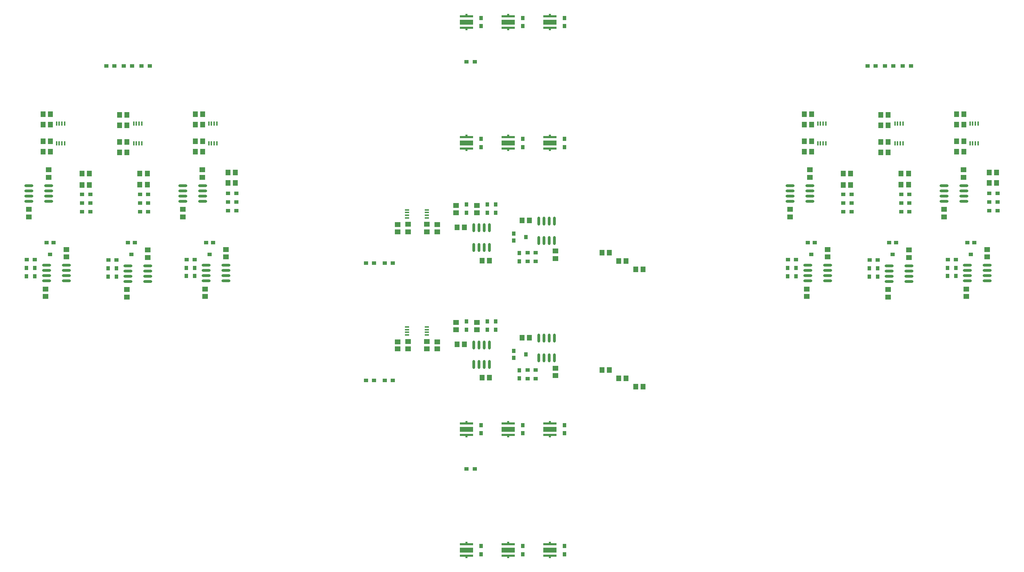
<source format=gtp>
%FSLAX25Y25*%
%MOIN*%
G70*
G01*
G75*
G04 Layer_Color=8421504*
%ADD10R,0.12992X0.05118*%
%ADD11R,0.12992X0.01969*%
%ADD12R,0.01969X0.01575*%
%ADD13R,0.03543X0.04331*%
%ADD14R,0.04331X0.03543*%
%ADD15C,0.01000*%
%ADD16R,0.03937X0.03543*%
%ADD17R,0.01614X0.04016*%
%ADD18R,0.04921X0.05512*%
%ADD19R,0.04724X0.05512*%
%ADD20R,0.05512X0.04724*%
%ADD21O,0.08661X0.02362*%
%ADD22R,0.03543X0.03937*%
%ADD23R,0.04016X0.01614*%
%ADD24R,0.05512X0.04724*%
%ADD25R,0.05512X0.04921*%
%ADD26O,0.02362X0.08661*%
%ADD27R,0.05906X0.05906*%
%ADD28C,0.05906*%
%ADD29R,0.05906X0.05906*%
%ADD30C,0.05000*%
%ADD31C,0.14950*%
%ADD32C,0.10000*%
%ADD33C,0.06000*%
%ADD34C,0.10787*%
%ADD35R,0.04724X0.04724*%
%ADD36R,0.10000X0.05984*%
%ADD37R,0.05984X0.10000*%
%ADD38R,0.04724X0.04724*%
%ADD39C,0.00787*%
%ADD40C,0.00800*%
%ADD41C,0.00700*%
%ADD42C,0.00984*%
%ADD43C,0.02362*%
%ADD44C,0.02000*%
%ADD45C,0.01500*%
%ADD46C,0.01200*%
D10*
X595000Y18500D02*
D03*
X555000Y134500D02*
D03*
X515000Y18500D02*
D03*
X595000Y134500D02*
D03*
X555000Y18500D02*
D03*
X515000Y134500D02*
D03*
X595000Y409500D02*
D03*
X555000Y525500D02*
D03*
X515000Y409500D02*
D03*
X595000Y525500D02*
D03*
X555000Y409500D02*
D03*
X515000Y525500D02*
D03*
D11*
X595000Y24012D02*
D03*
Y12988D02*
D03*
X555000Y128988D02*
D03*
Y140012D02*
D03*
X515000Y24012D02*
D03*
Y12988D02*
D03*
X595000Y128988D02*
D03*
Y140012D02*
D03*
X555000Y24012D02*
D03*
Y12988D02*
D03*
X515000Y128988D02*
D03*
Y140012D02*
D03*
X595000Y415012D02*
D03*
Y403988D02*
D03*
X555000Y519988D02*
D03*
Y531012D02*
D03*
X515000Y415012D02*
D03*
Y403988D02*
D03*
X595000Y519988D02*
D03*
Y531012D02*
D03*
X555000Y415012D02*
D03*
Y403988D02*
D03*
X515000Y519988D02*
D03*
Y531012D02*
D03*
D12*
X595000Y25784D02*
D03*
Y11216D02*
D03*
X555000Y127216D02*
D03*
Y141783D02*
D03*
X515000Y25784D02*
D03*
Y11216D02*
D03*
X595000Y127216D02*
D03*
Y141783D02*
D03*
X555000Y25784D02*
D03*
Y11216D02*
D03*
X515000Y127216D02*
D03*
Y141783D02*
D03*
X595000Y416784D02*
D03*
Y402216D02*
D03*
X555000Y518217D02*
D03*
Y532784D02*
D03*
X515000Y416784D02*
D03*
Y402216D02*
D03*
X595000Y518217D02*
D03*
Y532784D02*
D03*
X555000Y416784D02*
D03*
Y402216D02*
D03*
X515000Y518217D02*
D03*
Y532784D02*
D03*
D13*
X609000Y14500D02*
D03*
Y22374D02*
D03*
Y138500D02*
D03*
Y130626D02*
D03*
X569000Y138500D02*
D03*
Y130626D02*
D03*
Y14500D02*
D03*
Y22374D02*
D03*
X529000Y14500D02*
D03*
Y22374D02*
D03*
Y138500D02*
D03*
Y130626D02*
D03*
X609000Y405500D02*
D03*
Y413374D02*
D03*
Y529500D02*
D03*
Y521626D02*
D03*
X569000Y529500D02*
D03*
Y521626D02*
D03*
Y405500D02*
D03*
Y413374D02*
D03*
X529000Y405500D02*
D03*
Y413374D02*
D03*
Y529500D02*
D03*
Y521626D02*
D03*
X254500Y281626D02*
D03*
Y289500D02*
D03*
X246500Y281626D02*
D03*
Y289500D02*
D03*
X179500Y281126D02*
D03*
Y289000D02*
D03*
X171500Y281126D02*
D03*
Y289000D02*
D03*
X101200Y281426D02*
D03*
Y289300D02*
D03*
X93200Y281426D02*
D03*
Y289300D02*
D03*
X984500Y281626D02*
D03*
Y289500D02*
D03*
X976500Y281626D02*
D03*
Y289500D02*
D03*
X909500Y281126D02*
D03*
Y289000D02*
D03*
X901500Y281126D02*
D03*
Y289000D02*
D03*
X831200Y281426D02*
D03*
Y289300D02*
D03*
X823200Y281426D02*
D03*
Y289300D02*
D03*
X543000Y230000D02*
D03*
Y237874D02*
D03*
X535000Y230000D02*
D03*
Y237874D02*
D03*
X572000Y206500D02*
D03*
X515000Y237874D02*
D03*
Y230000D02*
D03*
X565626Y191106D02*
D03*
Y183232D02*
D03*
X543000Y342500D02*
D03*
Y350374D02*
D03*
X535000Y342500D02*
D03*
Y350374D02*
D03*
X572000Y319000D02*
D03*
X515000Y350374D02*
D03*
Y342500D02*
D03*
X565626Y303606D02*
D03*
Y295732D02*
D03*
D14*
X523000Y96500D02*
D03*
X515126D02*
D03*
X523000Y487500D02*
D03*
X515126D02*
D03*
X169626Y483500D02*
D03*
X177500D02*
D03*
X211374D02*
D03*
X203500D02*
D03*
X186563D02*
D03*
X194437D02*
D03*
X246626Y297500D02*
D03*
X254500D02*
D03*
X171626Y297000D02*
D03*
X179500D02*
D03*
X93326Y297300D02*
D03*
X101200D02*
D03*
X286549Y361000D02*
D03*
X294423D02*
D03*
X202000Y360000D02*
D03*
X209874D02*
D03*
X146549D02*
D03*
X154423D02*
D03*
X294423Y352750D02*
D03*
X286549D02*
D03*
X294423Y344500D02*
D03*
X286549D02*
D03*
X209874Y351750D02*
D03*
X202000D02*
D03*
X209874Y343500D02*
D03*
X202000D02*
D03*
X154423Y351750D02*
D03*
X146549D02*
D03*
X154423Y343500D02*
D03*
X146549D02*
D03*
X268800Y302200D02*
D03*
X193900D02*
D03*
X115900D02*
D03*
X899626Y483500D02*
D03*
X907500D02*
D03*
X941374D02*
D03*
X933500D02*
D03*
X916563D02*
D03*
X924437D02*
D03*
X976626Y297500D02*
D03*
X984500D02*
D03*
X901626Y297000D02*
D03*
X909500D02*
D03*
X823326Y297300D02*
D03*
X831200D02*
D03*
X1016549Y361000D02*
D03*
X1024423D02*
D03*
X932000Y360000D02*
D03*
X939874D02*
D03*
X876549D02*
D03*
X884423D02*
D03*
X1024423Y352750D02*
D03*
X1016549D02*
D03*
X1024423Y344500D02*
D03*
X1016549D02*
D03*
X939874Y351750D02*
D03*
X932000D02*
D03*
X939874Y343500D02*
D03*
X932000D02*
D03*
X884423Y351750D02*
D03*
X876549D02*
D03*
X884423Y343500D02*
D03*
X876549D02*
D03*
X998800Y302200D02*
D03*
X923900D02*
D03*
X845900D02*
D03*
X573626Y183106D02*
D03*
X581500D02*
D03*
X573626Y191500D02*
D03*
X581500D02*
D03*
X418626Y181500D02*
D03*
X426500D02*
D03*
X436626D02*
D03*
X444500D02*
D03*
X573626Y295606D02*
D03*
X581500D02*
D03*
X573626Y304000D02*
D03*
X581500D02*
D03*
X418626Y294000D02*
D03*
X426500D02*
D03*
X436626D02*
D03*
X444500D02*
D03*
D16*
X265454Y313617D02*
D03*
X272147D02*
D03*
X190553D02*
D03*
X197247D02*
D03*
X112554D02*
D03*
X119246D02*
D03*
X995453D02*
D03*
X1002147D02*
D03*
X920553D02*
D03*
X927246D02*
D03*
X842554D02*
D03*
X849247D02*
D03*
D17*
X268000Y409000D02*
D03*
X270559D02*
D03*
X273118D02*
D03*
X275677D02*
D03*
X268000Y427898D02*
D03*
X270559D02*
D03*
X273118D02*
D03*
X275677D02*
D03*
X196000Y409000D02*
D03*
X198559D02*
D03*
X201118D02*
D03*
X203677D02*
D03*
X196000Y427898D02*
D03*
X198559D02*
D03*
X201118D02*
D03*
X203677D02*
D03*
X122000Y409000D02*
D03*
X124559D02*
D03*
X127118D02*
D03*
X129677D02*
D03*
X122000Y427898D02*
D03*
X124559D02*
D03*
X127118D02*
D03*
X129677D02*
D03*
X998000Y409000D02*
D03*
X1000559D02*
D03*
X1003118D02*
D03*
X1005677D02*
D03*
X998000Y427898D02*
D03*
X1000559D02*
D03*
X1003118D02*
D03*
X1005677D02*
D03*
X926000Y409000D02*
D03*
X928559D02*
D03*
X931118D02*
D03*
X933677D02*
D03*
X926000Y427898D02*
D03*
X928559D02*
D03*
X931118D02*
D03*
X933677D02*
D03*
X852000Y409000D02*
D03*
X854559D02*
D03*
X857118D02*
D03*
X859677D02*
D03*
X852000Y427898D02*
D03*
X854559D02*
D03*
X857118D02*
D03*
X859677D02*
D03*
D18*
X261945Y401000D02*
D03*
X255055D02*
D03*
X261945Y437000D02*
D03*
X255055D02*
D03*
X189445Y400500D02*
D03*
X182555D02*
D03*
X189445Y436500D02*
D03*
X182555D02*
D03*
X115945Y401000D02*
D03*
X109055D02*
D03*
X115945Y437000D02*
D03*
X109055D02*
D03*
X991945Y401000D02*
D03*
X985055D02*
D03*
X991945Y437000D02*
D03*
X985055D02*
D03*
X919445Y400500D02*
D03*
X912555D02*
D03*
X919445Y436500D02*
D03*
X912555D02*
D03*
X845945Y401000D02*
D03*
X839055D02*
D03*
X845945Y437000D02*
D03*
X839055D02*
D03*
X645055Y191500D02*
D03*
X651945D02*
D03*
X661055Y183500D02*
D03*
X667945D02*
D03*
X677555Y175500D02*
D03*
X684445D02*
D03*
X645055Y304000D02*
D03*
X651945D02*
D03*
X661055Y296000D02*
D03*
X667945D02*
D03*
X677555Y288000D02*
D03*
X684445D02*
D03*
D19*
X254957Y411000D02*
D03*
X262043D02*
D03*
X254957Y427000D02*
D03*
X262043D02*
D03*
X182457Y410500D02*
D03*
X189543D02*
D03*
X182457Y426500D02*
D03*
X189543D02*
D03*
X108957Y411000D02*
D03*
X116043D02*
D03*
X286457Y371000D02*
D03*
X293543D02*
D03*
X108957Y427000D02*
D03*
X116043D02*
D03*
X201908Y369500D02*
D03*
X208995D02*
D03*
X146457Y369000D02*
D03*
X153543D02*
D03*
X286457Y381000D02*
D03*
X293543D02*
D03*
X201908Y380000D02*
D03*
X208995D02*
D03*
X146457D02*
D03*
X153543D02*
D03*
X984957Y411000D02*
D03*
X992043D02*
D03*
X984957Y427000D02*
D03*
X992043D02*
D03*
X912457Y410500D02*
D03*
X919543D02*
D03*
X912457Y426500D02*
D03*
X919543D02*
D03*
X838957Y411000D02*
D03*
X846043D02*
D03*
X1016457Y371000D02*
D03*
X1023543D02*
D03*
X838957Y427000D02*
D03*
X846043D02*
D03*
X931908Y369500D02*
D03*
X938995D02*
D03*
X876457Y369000D02*
D03*
X883543D02*
D03*
X1016457Y381000D02*
D03*
X1023543D02*
D03*
X931908Y380000D02*
D03*
X938995D02*
D03*
X876457D02*
D03*
X883543D02*
D03*
X537043Y184000D02*
D03*
X529957D02*
D03*
X513043Y216000D02*
D03*
X505957D02*
D03*
X575543Y222500D02*
D03*
X568457D02*
D03*
X537043Y296500D02*
D03*
X529957D02*
D03*
X513043Y328500D02*
D03*
X505957D02*
D03*
X575543Y335000D02*
D03*
X568457D02*
D03*
D20*
X284500Y299957D02*
D03*
Y307043D02*
D03*
X264500Y269043D02*
D03*
Y261957D02*
D03*
X209500Y299457D02*
D03*
Y306543D02*
D03*
X189500Y268543D02*
D03*
Y261457D02*
D03*
X131400Y299957D02*
D03*
Y307043D02*
D03*
X111500Y269043D02*
D03*
Y261957D02*
D03*
X261900Y376457D02*
D03*
Y383543D02*
D03*
X243100Y345543D02*
D03*
Y338457D02*
D03*
X114400Y376457D02*
D03*
Y383543D02*
D03*
X95400Y345543D02*
D03*
Y338457D02*
D03*
X1014500Y299957D02*
D03*
Y307043D02*
D03*
X994500Y269043D02*
D03*
Y261957D02*
D03*
X939500Y299457D02*
D03*
Y306543D02*
D03*
X919500Y268543D02*
D03*
Y261457D02*
D03*
X861400Y299957D02*
D03*
Y307043D02*
D03*
X841500Y269043D02*
D03*
Y261957D02*
D03*
X991900Y376457D02*
D03*
Y383543D02*
D03*
X973100Y345543D02*
D03*
Y338457D02*
D03*
X844400Y376457D02*
D03*
Y383543D02*
D03*
X825400Y345543D02*
D03*
Y338457D02*
D03*
X600500Y193043D02*
D03*
Y185957D02*
D03*
Y305543D02*
D03*
Y298457D02*
D03*
D21*
X284449Y277000D02*
D03*
Y282000D02*
D03*
Y287000D02*
D03*
Y292000D02*
D03*
X265551Y277000D02*
D03*
Y282000D02*
D03*
Y287000D02*
D03*
Y292000D02*
D03*
X209449Y276500D02*
D03*
Y281500D02*
D03*
Y286500D02*
D03*
Y291500D02*
D03*
X190551Y276500D02*
D03*
Y281500D02*
D03*
Y286500D02*
D03*
Y291500D02*
D03*
X131449Y277000D02*
D03*
Y282000D02*
D03*
Y287000D02*
D03*
Y292000D02*
D03*
X112551Y277000D02*
D03*
Y282000D02*
D03*
Y287000D02*
D03*
Y292000D02*
D03*
X261949Y353500D02*
D03*
Y358500D02*
D03*
Y363500D02*
D03*
Y368500D02*
D03*
X243051Y353500D02*
D03*
Y358500D02*
D03*
Y363500D02*
D03*
Y368500D02*
D03*
X114449Y353500D02*
D03*
Y358500D02*
D03*
Y363500D02*
D03*
Y368500D02*
D03*
X95551Y353500D02*
D03*
Y358500D02*
D03*
Y363500D02*
D03*
Y368500D02*
D03*
X1014449Y277000D02*
D03*
Y282000D02*
D03*
Y287000D02*
D03*
Y292000D02*
D03*
X995551Y277000D02*
D03*
Y282000D02*
D03*
Y287000D02*
D03*
Y292000D02*
D03*
X939449Y276500D02*
D03*
Y281500D02*
D03*
Y286500D02*
D03*
Y291500D02*
D03*
X920551Y276500D02*
D03*
Y281500D02*
D03*
Y286500D02*
D03*
Y291500D02*
D03*
X861449Y277000D02*
D03*
Y282000D02*
D03*
Y287000D02*
D03*
Y292000D02*
D03*
X842551Y277000D02*
D03*
Y282000D02*
D03*
Y287000D02*
D03*
Y292000D02*
D03*
X991949Y353500D02*
D03*
Y358500D02*
D03*
Y363500D02*
D03*
Y368500D02*
D03*
X973051Y353500D02*
D03*
Y358500D02*
D03*
Y363500D02*
D03*
Y368500D02*
D03*
X844449Y353500D02*
D03*
Y358500D02*
D03*
Y363500D02*
D03*
Y368500D02*
D03*
X825551Y353500D02*
D03*
Y358500D02*
D03*
Y363500D02*
D03*
Y368500D02*
D03*
D22*
X560583Y209846D02*
D03*
Y203153D02*
D03*
Y322346D02*
D03*
Y315653D02*
D03*
D23*
X477000Y225000D02*
D03*
Y227559D02*
D03*
Y230118D02*
D03*
Y232677D02*
D03*
X458102Y225000D02*
D03*
Y227559D02*
D03*
Y230118D02*
D03*
Y232677D02*
D03*
X477000Y337500D02*
D03*
Y340059D02*
D03*
Y342618D02*
D03*
Y345177D02*
D03*
X458102Y337500D02*
D03*
Y340059D02*
D03*
Y342618D02*
D03*
Y345177D02*
D03*
D24*
X525000Y229908D02*
D03*
Y236995D02*
D03*
X477000Y211653D02*
D03*
Y218740D02*
D03*
X459000Y211653D02*
D03*
Y218740D02*
D03*
X505000Y229908D02*
D03*
Y236995D02*
D03*
X525000Y342408D02*
D03*
Y349495D02*
D03*
X477000Y324153D02*
D03*
Y331240D02*
D03*
X459000Y324153D02*
D03*
Y331240D02*
D03*
X505000Y342408D02*
D03*
Y349495D02*
D03*
D25*
X487000Y218445D02*
D03*
Y211555D02*
D03*
X449000Y218445D02*
D03*
Y211555D02*
D03*
X487000Y330945D02*
D03*
Y324055D02*
D03*
X449000Y330945D02*
D03*
Y324055D02*
D03*
D26*
X599500Y221949D02*
D03*
X594500D02*
D03*
X589500D02*
D03*
X584500D02*
D03*
X599500Y203051D02*
D03*
X594500D02*
D03*
X589500D02*
D03*
X584500D02*
D03*
X537000Y215449D02*
D03*
X532000D02*
D03*
X527000D02*
D03*
X522000D02*
D03*
X537000Y196551D02*
D03*
X532000D02*
D03*
X527000D02*
D03*
X522000D02*
D03*
X599500Y334449D02*
D03*
X594500D02*
D03*
X589500D02*
D03*
X584500D02*
D03*
X599500Y315551D02*
D03*
X594500D02*
D03*
X589500D02*
D03*
X584500D02*
D03*
X537000Y327949D02*
D03*
X532000D02*
D03*
X527000D02*
D03*
X522000D02*
D03*
X537000Y309051D02*
D03*
X532000D02*
D03*
X527000D02*
D03*
X522000D02*
D03*
M02*

</source>
